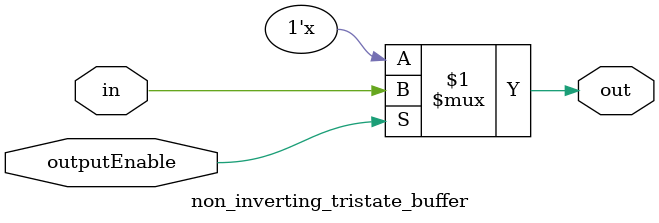
<source format=v>
module non_inverting_tristate_buffer(
    input in, 
    input outputEnable, 
    output out
);
    assign out = outputEnable ? in : 1'bZ;

endmodule // non_inverting_tristate_buffer
</source>
